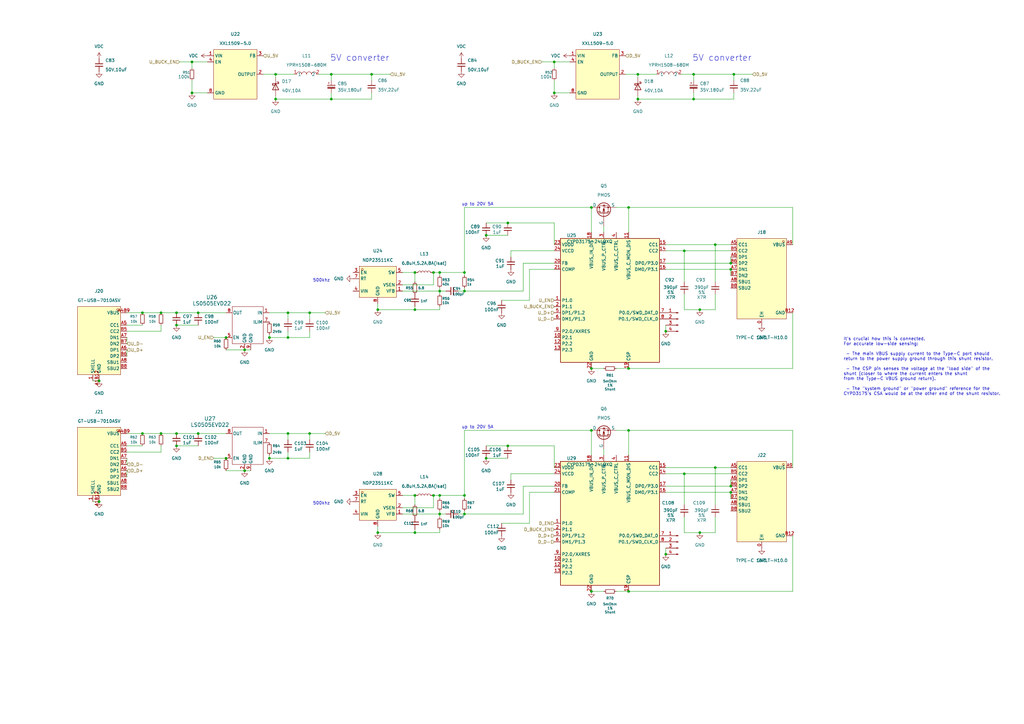
<source format=kicad_sch>
(kicad_sch (version 20250114) (generator "eeschema") (generator_version "9.0")
  (paper "A3")
  (text "up to 20V 5A" (at 202.438 175.26 0) (effects (font (size 1.27 1.27)) (justify right)))
  (text "5V converter" (at 296.164 23.876 0) (effects (font (size 2.54 2.54))))
  (text "up to 20V 5A" (at 202.438 83.82 0) (effects (font (size 1.27 1.27)) (justify right)))
  (text "500khz" (at 131.826 206.502 0) (effects (font (size 1.27 1.27))))
  (text "500khz" (at 131.826 115.062 0) (effects (font (size 1.27 1.27))))
  (text "5V converter" (at 147.574 23.876 0) (effects (font (size 2.54 2.54))))
  (text "It's crucial how this is connected.\nFor accurate low-side sensing:\n\n - The main VBUS supply current to the Type-C port should\nreturn to the power supply ground through this shunt resistor.\n\n - The CSP pin senses the voltage at the \"load side\" of the\nshunt (closer to where the current enters the shunt\nfrom the Type-C VBUS ground return).\n\n - The \"system ground\" or \"power ground\" reference for the\nCYPD3175's CSA would be at the other end of the shunt resistor." (at 345.948 150.368 0) (effects (font (size 1.27 1.27)) (justify left)))
  (junction (at 284.48 40.64))
  (junction (at 299.72 110.49))
  (junction (at 190.5 119.38))
  (junction (at 180.34 203.2))
  (junction (at 110.49 187.96))
  (junction (at 287.02 127))
  (junction (at 58.42 177.8))
  (junction (at 257.81 242.57))
  (junction (at 100.33 143.51))
  (junction (at 92.71 138.43))
  (junction (at 261.62 40.64))
  (junction (at 199.39 187.96))
  (junction (at 154.94 127))
  (junction (at 72.39 177.8))
  (junction (at 257.81 176.53))
  (junction (at 257.81 151.13))
  (junction (at 287.02 218.44))
  (junction (at 280.67 194.31))
  (junction (at 127 177.8))
  (junction (at 190.5 203.2))
  (junction (at 177.8 203.2))
  (junction (at 242.57 85.09))
  (junction (at 293.37 191.77))
  (junction (at 180.34 119.38))
  (junction (at 135.89 30.48))
  (junction (at 154.94 218.44))
  (junction (at 66.04 177.8))
  (junction (at 170.18 218.44))
  (junction (at 208.28 91.44))
  (junction (at 72.39 182.88))
  (junction (at 293.37 100.33))
  (junction (at 113.03 40.64))
  (junction (at 81.28 128.27))
  (junction (at 242.57 242.57))
  (junction (at 242.57 176.53))
  (junction (at 180.34 111.76))
  (junction (at 190.5 111.76))
  (junction (at 135.89 40.64))
  (junction (at 152.4 30.48))
  (junction (at 299.72 201.93))
  (junction (at 170.18 111.76))
  (junction (at 273.05 227.33))
  (junction (at 118.11 187.96))
  (junction (at 257.81 85.09))
  (junction (at 72.39 128.27))
  (junction (at 199.39 96.52))
  (junction (at 280.67 102.87))
  (junction (at 208.28 182.88))
  (junction (at 227.33 25.4))
  (junction (at 170.18 203.2))
  (junction (at 40.64 156.21))
  (junction (at 242.57 151.13))
  (junction (at 299.72 199.39))
  (junction (at 78.74 38.1))
  (junction (at 177.8 111.76))
  (junction (at 118.11 177.8))
  (junction (at 40.64 205.74))
  (junction (at 100.33 193.04))
  (junction (at 273.05 135.89))
  (junction (at 118.11 128.27))
  (junction (at 78.74 25.4))
  (junction (at 66.04 128.27))
  (junction (at 110.49 138.43))
  (junction (at 300.99 30.48))
  (junction (at 190.5 210.82))
  (junction (at 72.39 133.35))
  (junction (at 299.72 107.95))
  (junction (at 118.11 138.43))
  (junction (at 261.62 30.48))
  (junction (at 227.33 38.1))
  (junction (at 92.71 187.96))
  (junction (at 113.03 30.48))
  (junction (at 81.28 177.8))
  (junction (at 284.48 30.48))
  (junction (at 180.34 210.82))
  (junction (at 127 128.27))
  (junction (at 58.42 128.27))
  (junction (at 170.18 127))
  (wire (pts (xy 38.1 205.74) (xy 40.64 205.74)))
  (wire (pts (xy 170.18 127) (xy 180.34 127)))
  (wire (pts (xy 273.05 110.49) (xy 299.72 110.49)))
  (wire (pts (xy 66.04 128.27) (xy 72.39 128.27)))
  (wire (pts (xy 261.62 40.64) (xy 284.48 40.64)))
  (wire (pts (xy 227.33 25.4) (xy 227.33 27.94)))
  (wire (pts (xy 135.89 40.64) (xy 135.89 38.1)))
  (wire (pts (xy 300.99 30.48) (xy 308.61 30.48)))
  (wire (pts (xy 170.18 203.2) (xy 170.18 207.01)))
  (wire (pts (xy 242.57 176.53) (xy 242.57 186.69)))
  (wire (pts (xy 325.12 151.13) (xy 325.12 128.27)))
  (wire (pts (xy 284.48 40.64) (xy 284.48 38.1)))
  (wire (pts (xy 177.8 116.84) (xy 177.8 111.76)))
  (wire (pts (xy 252.73 176.53) (xy 257.81 176.53)))
  (wire (pts (xy 242.57 151.13) (xy 247.65 151.13)))
  (wire (pts (xy 261.62 30.48) (xy 269.24 30.48)))
  (wire (pts (xy 133.35 128.27) (xy 127 128.27)))
  (wire (pts (xy 100.33 143.51) (xy 102.87 143.51)))
  (wire (pts (xy 177.8 208.28) (xy 177.8 203.2)))
  (wire (pts (xy 66.04 177.8) (xy 72.39 177.8)))
  (wire (pts (xy 257.81 176.53) (xy 325.12 176.53)))
  (wire (pts (xy 190.5 119.38) (xy 187.96 119.38)))
  (wire (pts (xy 217.17 110.49) (xy 217.17 123.19)))
  (wire (pts (xy 227.33 38.1) (xy 227.33 33.02)))
  (wire (pts (xy 325.12 85.09) (xy 325.12 100.33)))
  (wire (pts (xy 299.72 201.93) (xy 299.72 204.47)))
  (wire (pts (xy 217.17 123.19) (xy 205.74 123.19)))
  (wire (pts (xy 87.63 138.43) (xy 92.71 138.43)))
  (wire (pts (xy 300.99 30.48) (xy 300.99 33.02)))
  (wire (pts (xy 52.07 193.04) (xy 52.07 195.58)))
  (wire (pts (xy 133.35 177.8) (xy 127 177.8)))
  (wire (pts (xy 299.72 110.49) (xy 299.72 113.03)))
  (wire (pts (xy 273.05 107.95) (xy 299.72 107.95)))
  (wire (pts (xy 217.17 214.63) (xy 205.74 214.63)))
  (wire (pts (xy 154.94 124.46) (xy 154.94 127)))
  (wire (pts (xy 299.72 199.39) (xy 299.72 196.85)))
  (wire (pts (xy 190.5 119.38) (xy 214.63 119.38)))
  (wire (pts (xy 118.11 138.43) (xy 127 138.43)))
  (wire (pts (xy 300.99 40.64) (xy 300.99 38.1)))
  (wire (pts (xy 284.48 40.64) (xy 300.99 40.64)))
  (wire (pts (xy 152.4 30.48) (xy 152.4 33.02)))
  (wire (pts (xy 154.94 215.9) (xy 154.94 218.44)))
  (wire (pts (xy 78.74 38.1) (xy 85.09 38.1)))
  (wire (pts (xy 257.81 151.13) (xy 325.12 151.13)))
  (wire (pts (xy 127 135.89) (xy 127 138.43)))
  (wire (pts (xy 154.94 218.44) (xy 170.18 218.44)))
  (wire (pts (xy 227.33 91.44) (xy 227.33 100.33)))
  (wire (pts (xy 208.28 91.44) (xy 227.33 91.44)))
  (wire (pts (xy 199.39 96.52) (xy 208.28 96.52)))
  (wire (pts (xy 293.37 212.09) (xy 293.37 218.44)))
  (wire (pts (xy 52.07 185.42) (xy 66.04 185.42)))
  (wire (pts (xy 130.81 30.48) (xy 135.89 30.48)))
  (wire (pts (xy 118.11 128.27) (xy 110.49 128.27)))
  (wire (pts (xy 52.07 187.96) (xy 52.07 190.5)))
  (wire (pts (xy 190.5 209.55) (xy 190.5 210.82)))
  (wire (pts (xy 180.34 111.76) (xy 190.5 111.76)))
  (wire (pts (xy 113.03 30.48) (xy 120.65 30.48)))
  (wire (pts (xy 110.49 138.43) (xy 118.11 138.43)))
  (wire (pts (xy 190.5 113.03) (xy 190.5 111.76)))
  (wire (pts (xy 154.94 127) (xy 170.18 127)))
  (wire (pts (xy 208.28 182.88) (xy 227.33 182.88)))
  (wire (pts (xy 118.11 185.42) (xy 118.11 187.96)))
  (wire (pts (xy 280.67 194.31) (xy 280.67 207.01)))
  (wire (pts (xy 66.04 185.42) (xy 66.04 182.88)))
  (wire (pts (xy 72.39 177.8) (xy 81.28 177.8)))
  (wire (pts (xy 325.12 242.57) (xy 325.12 219.71)))
  (wire (pts (xy 52.07 143.51) (xy 52.07 146.05)))
  (wire (pts (xy 222.25 25.4) (xy 227.33 25.4)))
  (wire (pts (xy 110.49 138.43) (xy 110.49 137.16)))
  (wire (pts (xy 190.5 85.09) (xy 242.57 85.09)))
  (wire (pts (xy 247.65 184.15) (xy 247.65 186.69)))
  (wire (pts (xy 190.5 118.11) (xy 190.5 119.38)))
  (wire (pts (xy 280.67 102.87) (xy 299.72 102.87)))
  (wire (pts (xy 100.33 193.04) (xy 102.87 193.04)))
  (wire (pts (xy 81.28 177.8) (xy 92.71 177.8)))
  (wire (pts (xy 180.34 127) (xy 180.34 125.73)))
  (wire (pts (xy 190.5 176.53) (xy 242.57 176.53)))
  (wire (pts (xy 135.89 30.48) (xy 152.4 30.48)))
  (wire (pts (xy 257.81 176.53) (xy 257.81 186.69)))
  (wire (pts (xy 252.73 242.57) (xy 257.81 242.57)))
  (wire (pts (xy 256.54 30.48) (xy 261.62 30.48)))
  (wire (pts (xy 87.63 187.96) (xy 92.71 187.96)))
  (wire (pts (xy 72.39 133.35) (xy 81.28 133.35)))
  (wire (pts (xy 209.55 102.87) (xy 209.55 105.41)))
  (wire (pts (xy 52.07 138.43) (xy 52.07 140.97)))
  (wire (pts (xy 261.62 40.64) (xy 261.62 39.37)))
  (wire (pts (xy 190.5 210.82) (xy 214.63 210.82)))
  (wire (pts (xy 58.42 128.27) (xy 66.04 128.27)))
  (wire (pts (xy 127 130.81) (xy 127 128.27)))
  (wire (pts (xy 180.34 210.82) (xy 182.88 210.82)))
  (wire (pts (xy 273.05 194.31) (xy 280.67 194.31)))
  (wire (pts (xy 180.34 203.2) (xy 190.5 203.2)))
  (wire (pts (xy 214.63 210.82) (xy 214.63 199.39)))
  (wire (pts (xy 293.37 120.65) (xy 293.37 127)))
  (wire (pts (xy 279.4 30.48) (xy 284.48 30.48)))
  (wire (pts (xy 252.73 151.13) (xy 257.81 151.13)))
  (wire (pts (xy 180.34 119.38) (xy 180.34 120.65)))
  (wire (pts (xy 227.33 182.88) (xy 227.33 191.77)))
  (wire (pts (xy 257.81 85.09) (xy 257.81 95.25)))
  (wire (pts (xy 280.67 212.09) (xy 280.67 218.44)))
  (wire (pts (xy 209.55 194.31) (xy 209.55 196.85)))
  (wire (pts (xy 52.07 133.35) (xy 58.42 133.35)))
  (wire (pts (xy 273.05 199.39) (xy 299.72 199.39)))
  (wire (pts (xy 127 128.27) (xy 118.11 128.27)))
  (wire (pts (xy 170.18 218.44) (xy 170.18 217.17)))
  (wire (pts (xy 199.39 182.88) (xy 208.28 182.88)))
  (wire (pts (xy 38.1 156.21) (xy 40.64 156.21)))
  (wire (pts (xy 293.37 100.33) (xy 293.37 115.57)))
  (wire (pts (xy 52.07 128.27) (xy 58.42 128.27)))
  (wire (pts (xy 325.12 176.53) (xy 325.12 191.77)))
  (wire (pts (xy 118.11 187.96) (xy 127 187.96)))
  (wire (pts (xy 127 177.8) (xy 118.11 177.8)))
  (wire (pts (xy 293.37 191.77) (xy 299.72 191.77)))
  (wire (pts (xy 170.18 111.76) (xy 170.18 115.57)))
  (wire (pts (xy 227.33 38.1) (xy 233.68 38.1)))
  (wire (pts (xy 180.34 111.76) (xy 180.34 113.03)))
  (wire (pts (xy 273.05 102.87) (xy 280.67 102.87)))
  (wire (pts (xy 118.11 180.34) (xy 118.11 177.8)))
  (wire (pts (xy 209.55 102.87) (xy 227.33 102.87)))
  (wire (pts (xy 214.63 119.38) (xy 214.63 107.95)))
  (wire (pts (xy 110.49 187.96) (xy 110.49 186.69)))
  (wire (pts (xy 190.5 203.2) (xy 190.5 176.53)))
  (wire (pts (xy 152.4 30.48) (xy 160.02 30.48)))
  (wire (pts (xy 127 180.34) (xy 127 177.8)))
  (wire (pts (xy 284.48 30.48) (xy 300.99 30.48)))
  (wire (pts (xy 293.37 218.44) (xy 287.02 218.44)))
  (wire (pts (xy 180.34 118.11) (xy 180.34 119.38)))
  (wire (pts (xy 52.07 135.89) (xy 66.04 135.89)))
  (wire (pts (xy 127 185.42) (xy 127 187.96)))
  (wire (pts (xy 180.34 218.44) (xy 180.34 217.17)))
  (wire (pts (xy 78.74 25.4) (xy 78.74 27.94)))
  (wire (pts (xy 273.05 201.93) (xy 299.72 201.93)))
  (wire (pts (xy 280.67 120.65) (xy 280.67 127)))
  (wire (pts (xy 170.18 127) (xy 170.18 125.73)))
  (wire (pts (xy 299.72 107.95) (xy 299.72 105.41)))
  (wire (pts (xy 165.1 210.82) (xy 180.34 210.82)))
  (wire (pts (xy 247.65 92.71) (xy 247.65 95.25)))
  (wire (pts (xy 113.03 31.75) (xy 113.03 30.48)))
  (wire (pts (xy 214.63 199.39) (xy 227.33 199.39)))
  (wire (pts (xy 252.73 85.09) (xy 257.81 85.09)))
  (wire (pts (xy 293.37 191.77) (xy 293.37 207.01)))
  (wire (pts (xy 190.5 111.76) (xy 190.5 85.09)))
  (wire (pts (xy 58.42 177.8) (xy 66.04 177.8)))
  (wire (pts (xy 78.74 38.1) (xy 78.74 33.02)))
  (wire (pts (xy 92.71 143.51) (xy 100.33 143.51)))
  (wire (pts (xy 273.05 224.79) (xy 273.05 227.33)))
  (wire (pts (xy 190.5 204.47) (xy 190.5 203.2)))
  (wire (pts (xy 261.62 31.75) (xy 261.62 30.48)))
  (wire (pts (xy 92.71 193.04) (xy 100.33 193.04)))
  (wire (pts (xy 280.67 218.44) (xy 287.02 218.44)))
  (wire (pts (xy 177.8 203.2) (xy 180.34 203.2)))
  (wire (pts (xy 227.33 25.4) (xy 233.68 25.4)))
  (wire (pts (xy 280.67 102.87) (xy 280.67 115.57)))
  (wire (pts (xy 110.49 187.96) (xy 118.11 187.96)))
  (wire (pts (xy 118.11 135.89) (xy 118.11 138.43)))
  (wire (pts (xy 190.5 210.82) (xy 187.96 210.82)))
  (wire (pts (xy 217.17 201.93) (xy 217.17 214.63)))
  (wire (pts (xy 118.11 130.81) (xy 118.11 128.27)))
  (wire (pts (xy 152.4 40.64) (xy 152.4 38.1)))
  (wire (pts (xy 113.03 40.64) (xy 135.89 40.64)))
  (wire (pts (xy 217.17 201.93) (xy 227.33 201.93)))
  (wire (pts (xy 280.67 127) (xy 287.02 127)))
  (wire (pts (xy 214.63 107.95) (xy 227.33 107.95)))
  (wire (pts (xy 165.1 116.84) (xy 177.8 116.84)))
  (wire (pts (xy 180.34 119.38) (xy 182.88 119.38)))
  (wire (pts (xy 78.74 25.4) (xy 85.09 25.4)))
  (wire (pts (xy 81.28 128.27) (xy 92.71 128.27)))
  (wire (pts (xy 284.48 33.02) (xy 284.48 30.48)))
  (wire (pts (xy 209.55 194.31) (xy 227.33 194.31)))
  (wire (pts (xy 165.1 111.76) (xy 170.18 111.76)))
  (wire (pts (xy 180.34 203.2) (xy 180.34 204.47)))
  (wire (pts (xy 113.03 40.64) (xy 113.03 39.37)))
  (wire (pts (xy 180.34 209.55) (xy 180.34 210.82)))
  (wire (pts (xy 107.95 30.48) (xy 113.03 30.48)))
  (wire (pts (xy 273.05 133.35) (xy 273.05 135.89)))
  (wire (pts (xy 273.05 191.77) (xy 293.37 191.77)))
  (wire (pts (xy 170.18 218.44) (xy 180.34 218.44)))
  (wire (pts (xy 293.37 127) (xy 287.02 127)))
  (wire (pts (xy 165.1 208.28) (xy 177.8 208.28)))
  (wire (pts (xy 242.57 242.57) (xy 247.65 242.57)))
  (wire (pts (xy 242.57 85.09) (xy 242.57 95.25)))
  (wire (pts (xy 217.17 110.49) (xy 227.33 110.49)))
  (wire (pts (xy 257.81 242.57) (xy 325.12 242.57)))
  (wire (pts (xy 52.07 182.88) (xy 58.42 182.88)))
  (wire (pts (xy 180.34 210.82) (xy 180.34 212.09)))
  (wire (pts (xy 280.67 194.31) (xy 299.72 194.31)))
  (wire (pts (xy 135.89 40.64) (xy 152.4 40.64)))
  (wire (pts (xy 72.39 128.27) (xy 81.28 128.27)))
  (wire (pts (xy 118.11 177.8) (xy 110.49 177.8)))
  (wire (pts (xy 273.05 100.33) (xy 293.37 100.33)))
  (wire (pts (xy 135.89 33.02) (xy 135.89 30.48)))
  (wire (pts (xy 293.37 100.33) (xy 299.72 100.33)))
  (wire (pts (xy 73.66 25.4) (xy 78.74 25.4)))
  (wire (pts (xy 257.81 85.09) (xy 325.12 85.09)))
  (wire (pts (xy 72.39 182.88) (xy 81.28 182.88)))
  (wire (pts (xy 165.1 203.2) (xy 170.18 203.2)))
  (wire (pts (xy 199.39 187.96) (xy 208.28 187.96)))
  (wire (pts (xy 165.1 119.38) (xy 180.34 119.38)))
  (wire (pts (xy 177.8 111.76) (xy 180.34 111.76)))
  (wire (pts (xy 66.04 135.89) (xy 66.04 133.35)))
  (wire (pts (xy 52.07 177.8) (xy 58.42 177.8)))
  (wire (pts (xy 199.39 91.44) (xy 208.28 91.44)))
  (hierarchical_label "D_BUCK_EN" (shape input) (at 222.25 25.4 180))
  (hierarchical_label "U_5V" (shape input) (at 160.02 30.48 0))
  (hierarchical_label "D_D+" (shape input) (at 227.33 219.71 180))
  (hierarchical_label "D_5V" (shape input) (at 256.54 22.86 0))
  (hierarchical_label "U_D+" (shape input) (at 227.33 128.27 180))
  (hierarchical_label "U_D+" (shape input) (at 52.07 143.51 0))
  (hierarchical_label "U_5V" (shape input) (at 133.35 128.27 0))
  (hierarchical_label "D_EN" (shape input) (at 227.33 214.63 180))
  (hierarchical_label "U_BUCK_EN" (shape input) (at 227.33 125.73 180))
  (hierarchical_label "U_D-" (shape input) (at 227.33 130.81 180))
  (hierarchical_label "U_EN" (shape input) (at 87.63 138.43 180))
  (hierarchical_label "D_BUCK_EN" (shape input) (at 227.33 217.17 180))
  (hierarchical_label "D_5V" (shape input) (at 308.61 30.48 0))
  (hierarchical_label "D_D+" (shape input) (at 52.07 193.04 0))
  (hierarchical_label "U_D-" (shape input) (at 52.07 140.97 0))
  (hierarchical_label "U_5V" (shape input) (at 107.95 22.86 0))
  (hierarchical_label "D_D-" (shape input) (at 227.33 222.25 180))
  (hierarchical_label "D_D-" (shape input) (at 52.07 190.5 0))
  (hierarchical_label "U_EN" (shape input) (at 227.33 123.19 180))
  (hierarchical_label "D_5V" (shape input) (at 133.35 177.8 0))
  (hierarchical_label "U_BUCK_EN" (shape input) (at 73.66 25.4 180))
  (hierarchical_label "D_EN" (shape input) (at 87.63 187.96 180))
  (symbol (lib_id "Device:C_Small") (at 152.4 35.56 0) (unit 1)
    (property "Reference" "C86" (at 154.94 33.02 0) (effects (justify left)))
    (property "Value" "35V,22uF" (at 154.94 36.83 0) (effects (justify left)))
    (property "Footprint" "Capacitor_SMD:C_0805_2012Metric_Pad1.18x1.45mm_HandSolder" (effects (hide yes)))
    (property "Description" "Unpolarized capacitor, small symbol" (effects (hide yes)))
  )
  (symbol (lib_id "Device:C_Small") (at 205.74 217.17 0) (mirror y) (unit 1)
    (property "Reference" "C112" (at 199.644 215.9 0) (effects (justify right)))
    (property "Value" "100nF" (at 198.628 218.44 0) (effects (justify right)))
    (property "Footprint" "Capacitor_SMD:C_0201_0603Metric_Pad0.64x0.40mm_HandSolder" (effects (hide yes)))
    (property "Description" "Unpolarized capacitor, small symbol" (effects (hide yes)))
  )
  (symbol (lib_id "Device:L") (at 173.99 203.2 90) (unit 1)
    (property "Reference" "L14" (at 173.99 195.58 90))
    (property "Value" "6.8uH,5.2A,8A(Isat)" (at 173.99 199.39 90))
    (property "Footprint" "easyeda2kicad:IND-SMD_L8.0-W8.0-1" (effects (hide yes)))
    (property "Description" "Inductor" (effects (hide yes)))
  )
  (symbol (lib_id "power:GND") (at 110.49 187.96 0) (mirror y) (unit 1)
    (property "Reference" "#PWR0151" (effects (hide yes)))
    (property "Value" "GND" (at 110.49 193.04 0))
    (property "Description" "Power symbol creates a global label with name \"GND\" , ground" (effects (hide yes)))
  )
  (symbol (lib_id "Device:C_Small") (at 40.64 26.67 0) (unit 1)
    (property "Reference" "C83" (at 43.18 24.7712 0) (effects (justify left)))
    (property "Value" "50V,10uF" (at 43.18 28.5812 0) (effects (justify left)))
    (property "Footprint" "Capacitor_SMD:C_1206_3216Metric_Pad1.33x1.80mm_HandSolder" (effects (hide yes)))
    (property "Description" "Unpolarized capacitor, small symbol" (effects (hide yes)))
  )
  (symbol (lib_id "power:VDC") (at 40.64 24.13 0) (unit 1)
    (property "Reference" "#PWR0129" (effects (hide yes)))
    (property "Value" "VDC" (at 40.64 19.05 0))
    (property "Description" "Power symbol creates a global label with name \"VDC\"" (effects (hide yes)))
  )
  (symbol (lib_id "power:GND") (at 100.33 143.51 0) (mirror y) (unit 1)
    (property "Reference" "#PWR0147" (effects (hide yes)))
    (property "Value" "GND" (at 100.33 148.59 0))
    (property "Description" "Power symbol creates a global label with name \"GND\" , ground" (effects (hide yes)))
  )
  (symbol (lib_id "Device:R_Small") (at 58.42 130.81 0) (mirror y) (unit 1)
    (property "Reference" "R57" (at 56.388 129.7941 0) (effects (font (size 1.016 1.016)) (justify left)))
    (property "Value" "10k" (at 56.388 131.826 0) (effects (font (size 1.016 1.016)) (justify left)))
    (property "Footprint" "Resistor_SMD:R_0402_1005Metric_Pad0.72x0.64mm_HandSolder" (effects (hide yes)))
    (property "Description" "Resistor, small symbol" (effects (hide yes)))
  )
  (symbol (lib_id "power:GND") (at 227.33 38.1 0) (mirror y) (unit 1)
    (property "Reference" "#PWR0134" (effects (hide yes)))
    (property "Value" "GND" (at 227.33 43.18 0))
    (property "Description" "Power symbol creates a global label with name \"GND\" , ground" (effects (hide yes)))
  )
  (symbol (lib_id "power:GND") (at 72.39 182.88 0) (unit 1)
    (property "Reference" "#PWR0150" (effects (hide yes)))
    (property "Value" "GND" (at 72.39 187.96 0))
    (property "Description" "Power symbol creates a global label with name \"GND\" , ground" (effects (hide yes)))
  )
  (symbol (lib_id "Device:C_Small") (at 199.39 93.98 0) (mirror x) (unit 1)
    (property "Reference" "C89" (at 196.85 92.964 0) (effects (justify right)))
    (property "Value" "100nF" (at 196.85 95.25 0) (effects (justify right)))
    (property "Footprint" "Capacitor_SMD:C_0201_0603Metric_Pad0.64x0.40mm_HandSolder" (effects (hide yes)))
    (property "Description" "Unpolarized capacitor, small symbol" (effects (hide yes)))
  )
  (symbol (lib_id "easyeda2kicad:NDP23511KC") (at 154.94 115.57 0) (unit 1)
    (property "Reference" "U24" (at 154.94 102.87 0))
    (property "Value" "NDP23511KC" (at 154.94 106.68 0))
    (property "Footprint" "easyeda2kicad:SOP-8_L4.9-W3.9-P1.27-LS6.0-BL" (effects (hide yes)))
    (property "LCSC Part" "C17702285" (effects (hide yes)))
  )
  (symbol (lib_id "Device:R_Small") (at 66.04 130.81 0) (mirror y) (unit 1)
    (property "Reference" "R58" (at 64.008 129.7941 0) (effects (font (size 1.016 1.016)) (justify left)))
    (property "Value" "10k" (at 64.008 131.826 0) (effects (font (size 1.016 1.016)) (justify left)))
    (property "Footprint" "Resistor_SMD:R_0402_1005Metric_Pad0.72x0.64mm_HandSolder" (effects (hide yes)))
    (property "Description" "Resistor, small symbol" (effects (hide yes)))
  )
  (symbol (lib_id "easyeda2kicad:GT-USB-7010ASV") (at 39.37 143.51 0) (mirror y) (unit 1)
    (property "Reference" "J20" (at 40.64 119.38 0))
    (property "Value" "GT-USB-7010ASV" (at 40.64 123.19 0))
    (property "Footprint" "easyeda2kicad:USB-C-SMD_G-SWITCH_GT-USB-7010ASV" (effects (hide yes)))
    (property "LCSC Part" "C2988369" (effects (hide yes)))
    (instances (project "" (path "" (reference "J20") (unit 1)) (path "" (reference "J35") (unit 1))))
  )
  (symbol (lib_id "Device:C_Small") (at 199.39 185.42 0) (mirror x) (unit 1)
    (property "Reference" "C105" (at 196.85 184.404 0) (effects (justify right)))
    (property "Value" "100nF" (at 196.85 186.69 0) (effects (justify right)))
    (property "Footprint" "Capacitor_SMD:C_0201_0603Metric_Pad0.64x0.40mm_HandSolder" (effects (hide yes)))
    (property "Description" "Unpolarized capacitor, small symbol" (effects (hide yes)))
  )
  (symbol (lib_id "Device:C_Small") (at 300.99 35.56 0) (unit 1)
    (property "Reference" "C88" (at 303.53 33.02 0) (effects (justify left)))
    (property "Value" "35V,22uF" (at 303.53 36.83 0) (effects (justify left)))
    (property "Footprint" "Capacitor_SMD:C_0805_2012Metric_Pad1.18x1.45mm_HandSolder" (effects (hide yes)))
    (property "Description" "Unpolarized capacitor, small symbol" (effects (hide yes)))
  )
  (symbol (lib_id "power:GND") (at 78.74 38.1 0) (mirror y) (unit 1)
    (property "Reference" "#PWR0133" (effects (hide yes)))
    (property "Value" "GND" (at 78.74 43.18 0))
    (property "Description" "Power symbol creates a global label with name \"GND\" , ground" (effects (hide yes)))
  )
  (symbol (lib_id "Simulation_SPICE:PMOS") (at 247.65 179.07 90) (unit 1)
    (property "Reference" "Q6" (at 247.65 167.64 90))
    (property "Value" "PMOS" (at 247.65 171.45 90))
    (property "Footprint" "easyeda2kicad:PDFN-8_L5.2-W5.9-P1.27-LS6.2-BL" (effects (hide yes)))
    (property "Datasheet" "https://ngspice.sourceforge.io/docs/ngspice-html-manual/manual.xhtml#cha_MOSFETs" (effects (hide yes)))
    (property "Description" "P-MOSFET transistor, drain/source/gate" (effects (hide yes)))
    (property "Sim.Device" "PMOS" (effects (hide yes)))
    (property "Sim.Type" "VDMOS" (effects (hide yes)))
    (property "Sim.Pins" "1=D 2=G 3=S" (effects (hide yes)))
  )
  (symbol (lib_id "power:GND") (at 199.39 187.96 0) (unit 1)
    (property "Reference" "#PWR0152" (effects (hide yes)))
    (property "Value" "GND" (at 199.39 193.04 0))
    (property "Description" "Power symbol creates a global label with name \"GND\" , ground" (effects (hide yes)))
  )
  (symbol (lib_id "power:VDC") (at 189.23 24.13 0) (unit 1)
    (property "Reference" "#PWR0130" (effects (hide yes)))
    (property "Value" "VDC" (at 189.23 19.05 0))
    (property "Description" "Power symbol creates a global label with name \"VDC\"" (effects (hide yes)))
  )
  (symbol (lib_id "power:GND") (at 144.78 114.3 270) (unit 1)
    (property "Reference" "#PWR0139" (effects (hide yes)))
    (property "Value" "GND" (at 140.97 114.2999 90) (effects (justify right)))
    (property "Description" "Power symbol creates a global label with name \"GND\" , ground" (effects (hide yes)))
  )
  (symbol (lib_id "power:GND") (at 242.57 151.13 0) (unit 1)
    (property "Reference" "#PWR0148" (effects (hide yes)))
    (property "Value" "GND" (at 242.57 156.21 0))
    (property "Description" "Power symbol creates a global label with name \"GND\" , ground" (effects (hide yes)))
  )
  (symbol (lib_id "Device:C_Small") (at 170.18 123.19 0) (unit 1)
    (property "Reference" "C95" (at 165.608 123.19 0) (effects (font (size 1.016 1.016)) (justify left)))
    (property "Value" "1nF" (at 172.466 123.444 0) (effects (font (size 1.016 1.016)) (justify left)))
    (property "Footprint" "Capacitor_SMD:C_0201_0603Metric_Pad0.64x0.40mm_HandSolder" (effects (hide yes)))
    (property "Description" "Unpolarized capacitor, small symbol" (effects (hide yes)))
  )
  (symbol (lib_id "Device:R_Small") (at 92.71 140.97 0) (mirror y) (unit 1)
    (property "Reference" "R60" (at 90.678 139.9541 0) (effects (font (size 1.016 1.016)) (justify left)))
    (property "Value" "10k" (at 90.678 141.986 0) (effects (font (size 1.016 1.016)) (justify left)))
    (property "Footprint" "Resistor_SMD:R_0402_1005Metric_Pad0.72x0.64mm_HandSolder" (effects (hide yes)))
    (property "Description" "Resistor, small symbol" (effects (hide yes)))
  )
  (symbol (lib_id "Device:C_Small") (at 72.39 130.81 180) (unit 1)
    (property "Reference" "C97" (at 74.93 129.794 0) (effects (justify right)))
    (property "Value" "1uF" (at 74.93 132.08 0) (effects (justify right)))
    (property "Footprint" "Capacitor_SMD:C_0402_1005Metric_Pad0.74x0.62mm_HandSolder" (effects (hide yes)))
    (property "Description" "Unpolarized capacitor, small symbol" (effects (hide yes)))
  )
  (symbol (lib_id "Device:C_Small") (at 208.28 93.98 0) (mirror x) (unit 1)
    (property "Reference" "C90" (at 205.74 92.964 0) (effects (justify right)))
    (property "Value" "1uF" (at 205.74 95.25 0) (effects (justify right)))
    (property "Footprint" "Capacitor_SMD:C_0402_1005Metric_Pad0.74x0.62mm_HandSolder" (effects (hide yes)))
    (property "Description" "Unpolarized capacitor, small symbol" (effects (hide yes)))
  )
  (symbol (lib_id "power:GND") (at 205.74 128.27 0) (unit 1)
    (property "Reference" "#PWR0142" (effects (hide yes)))
    (property "Value" "GND" (at 205.74 133.35 0))
    (property "Description" "Power symbol creates a global label with name \"GND\" , ground" (effects (hide yes)))
  )
  (symbol (lib_id "Device:C_Small") (at 189.23 26.67 0) (unit 1)
    (property "Reference" "C84" (at 191.77 24.7712 0) (effects (justify left)))
    (property "Value" "50V,10uF" (at 191.77 28.5812 0) (effects (justify left)))
    (property "Footprint" "Capacitor_SMD:C_1206_3216Metric_Pad1.33x1.80mm_HandSolder" (effects (hide yes)))
    (property "Description" "Unpolarized capacitor, small symbol" (effects (hide yes)))
  )
  (symbol (lib_id "Device:L") (at 173.99 111.76 90) (unit 1)
    (property "Reference" "L13" (at 173.99 104.14 90))
    (property "Value" "6.8uH,5.2A,8A(Isat)" (at 173.99 107.95 90))
    (property "Footprint" "easyeda2kicad:IND-SMD_L8.0-W8.0-1" (effects (hide yes)))
    (property "Description" "Inductor" (effects (hide yes)))
  )
  (symbol (lib_id "Device:R_Small") (at 78.74 30.48 180) (unit 1)
    (property "Reference" "R51" (at 76.454 29.718 0) (effects (font (size 1.016 1.016))))
    (property "Value" "100k" (at 75.438 31.496 0))
    (property "Footprint" "Resistor_SMD:R_0402_1005Metric_Pad0.72x0.64mm_HandSolder" (effects (hide yes)))
    (property "Description" "Resistor, small symbol" (effects (hide yes)))
  )
  (symbol (lib_id "power:GND") (at 40.64 156.21 0) (mirror y) (unit 1)
    (property "Reference" "#PWR0149" (effects (hide yes)))
    (property "Value" "GND" (at 40.64 161.29 0))
    (property "Description" "Power symbol creates a global label with name \"GND\" , ground" (effects (hide yes)))
  )
  (symbol (lib_id "power:GND") (at 144.78 205.74 270) (unit 1)
    (property "Reference" "#PWR0156" (effects (hide yes)))
    (property "Value" "GND" (at 140.97 205.7399 90) (effects (justify right)))
    (property "Description" "Power symbol creates a global label with name \"GND\" , ground" (effects (hide yes)))
  )
  (symbol (lib_id "Device:R_Small") (at 180.34 207.01 0) (unit 1)
    (property "Reference" "R66" (at 181.356 206.248 0) (effects (font (size 1.016 1.016)) (justify left)))
    (property "Value" "40k" (at 181.356 208.026 0) (effects (font (size 1.016 1.016)) (justify left)))
    (property "Footprint" "Resistor_SMD:R_0603_1608Metric_Pad0.98x0.95mm_HandSolder" (effects (hide yes)))
    (property "Description" "Resistor, small symbol" (effects (hide yes)))
  )
  (symbol (lib_id "Device:C_Small") (at 127 182.88 180) (unit 1)
    (property "Reference" "C104" (at 129.54 181.864 0) (effects (justify right)))
    (property "Value" "100nF" (at 129.54 184.15 0) (effects (justify right)))
    (property "Footprint" "Capacitor_SMD:C_0201_0603Metric_Pad0.64x0.40mm_HandSolder" (effects (hide yes)))
    (property "Description" "Unpolarized capacitor, small symbol" (effects (hide yes)))
  )
  (symbol (lib_id "Device:C_Small") (at 280.67 209.55 0) (mirror y) (unit 1)
    (property "Reference" "C108" (at 276.606 206.248 0) (effects (justify left)))
    (property "Value" "390pF\n5%\nX7R" (at 278.13 211.328 0) (effects (justify left)))
    (property "Footprint" "Capacitor_SMD:C_0603_1608Metric_Pad1.08x0.95mm_HandSolder" (effects (hide yes)))
    (property "Description" "Unpolarized capacitor, small symbol" (effects (hide yes)))
  )
  (symbol (lib_id "Device:C_Small") (at 209.55 199.39 0) (mirror x) (unit 1)
    (property "Reference" "C107" (at 207.01 198.374 0) (effects (justify right)))
    (property "Value" "1uF" (at 207.01 200.66 0) (effects (justify right)))
    (property "Footprint" "Capacitor_SMD:C_0402_1005Metric_Pad0.74x0.62mm_HandSolder" (effects (hide yes)))
    (property "Description" "Unpolarized capacitor, small symbol" (effects (hide yes)))
  )
  (symbol (lib_id "Device:C_Polarized_Small") (at 284.48 35.56 0) (unit 1)
    (property "Reference" "C87" (at 287.02 34.29 0) (effects (justify left)))
    (property "Value" "35V,180uF" (at 287.02 36.9188 0) (effects (justify left)))
    (property "Footprint" "Capacitor_THT:CP_Radial_D8.0mm_P5.00mm" (effects (hide yes)))
    (property "Description" "Polarized capacitor, small symbol" (effects (hide yes)))
  )
  (symbol (lib_id "Device:C_Small") (at 205.74 125.73 0) (mirror y) (unit 1)
    (property "Reference" "C96" (at 199.644 124.46 0) (effects (justify right)))
    (property "Value" "100nF" (at 198.628 127 0) (effects (justify right)))
    (property "Footprint" "Capacitor_SMD:C_0201_0603Metric_Pad0.64x0.40mm_HandSolder" (effects (hide yes)))
    (property "Description" "Unpolarized capacitor, small symbol" (effects (hide yes)))
  )
  (symbol (lib_id "Device:R_Small") (at 190.5 207.01 0) (unit 1)
    (property "Reference" "R67" (at 191.516 206.248 0) (effects (font (size 1.016 1.016)) (justify left)))
    (property "Value" "1k" (at 191.516 208.026 0) (effects (font (size 1.016 1.016)) (justify left)))
    (property "Footprint" "Resistor_SMD:R_0402_1005Metric_Pad0.72x0.64mm_HandSolder" (effects (hide yes)))
    (property "Description" "Resistor, small symbol" (effects (hide yes)))
  )
  (symbol (lib_id "power:VDC") (at 233.68 22.86 90) (unit 1)
    (property "Reference" "#PWR0128" (effects (hide yes)))
    (property "Value" "VDC" (at 229.87 22.8599 90) (effects (justify left)))
    (property "Description" "Power symbol creates a global label with name \"VDC\"" (effects (hide yes)))
  )
  (symbol (lib_id "LS0505EVD22:LS0505EVD22") (at 115.57 177.8 0) (mirror y) (unit 1)
    (property "Reference" "U27" (at 86.106 171.704 0) (effects (font (size 1.524 1.524))))
    (property "Value" "LS0505EVD22" (at 86.106 174.244 0) (effects (font (size 1.524 1.524))))
    (property "Footprint" "LS0505EVD22:LS0505EVD22_LTF" (effects (hide yes)))
    (property "Datasheet" "LS0505EVD22" (effects (hide yes)))
  )
  (symbol (lib_id "Device:D_Schottky") (at 261.62 35.56 270) (unit 1)
    (property "Reference" "D18" (at 264.16 33.3374 90) (effects (justify left)))
    (property "Value" "40V,10A" (at 264.16 37.1474 90) (effects (justify left)))
    (property "Footprint" "Diode_SMD:D_SMB_Handsoldering" (effects (hide yes)))
    (property "Description" "Schottky diode" (effects (hide yes)))
  )
  (symbol (lib_id "Device:R_Small") (at 170.18 118.11 0) (unit 1)
    (property "Reference" "R55" (at 166.37 118.11 0) (effects (font (size 1.016 1.016)) (justify left)))
    (property "Value" "6.8" (at 171.45 118.11 0) (effects (font (size 1.016 1.016)) (justify left)))
    (property "Footprint" "Resistor_SMD:R_0402_1005Metric_Pad0.72x0.64mm_HandSolder" (effects (hide yes)))
    (property "Description" "Resistor, small symbol" (effects (hide yes)))
  )
  (symbol (lib_id "Device:R_Small") (at 110.49 184.15 0) (unit 1)
    (property "Reference" "R64" (at 111.76 182.88 0) (effects (font (size 1.016 1.016)) (justify left)))
    (property "Value" "249k" (at 111.76 185.547 0) (effects (font (size 1.016 1.016)) (justify left)))
    (property "Footprint" "Resistor_SMD:R_0402_1005Metric_Pad0.72x0.64mm_HandSolder" (effects (hide yes)))
    (property "Description" "Resistor, small symbol" (effects (hide yes)))
  )
  (symbol (lib_id "Device:R_Small") (at 190.5 115.57 0) (unit 1)
    (property "Reference" "R54" (at 191.516 114.808 0) (effects (font (size 1.016 1.016)) (justify left)))
    (property "Value" "1k" (at 191.516 116.586 0) (effects (font (size 1.016 1.016)) (justify left)))
    (property "Footprint" "Resistor_SMD:R_0402_1005Metric_Pad0.72x0.64mm_HandSolder" (effects (hide yes)))
    (property "Description" "Resistor, small symbol" (effects (hide yes)))
  )
  (symbol (lib_id "power:GND") (at 287.02 218.44 0) (unit 1)
    (property "Reference" "#PWR0158" (effects (hide yes)))
    (property "Value" "GND" (at 287.02 223.52 0))
    (property "Description" "Power symbol creates a global label with name \"GND\" , ground" (effects (hide yes)))
  )
  (symbol (lib_id "Device:R_Small") (at 170.18 209.55 0) (unit 1)
    (property "Reference" "R68" (at 166.37 209.55 0) (effects (font (size 1.016 1.016)) (justify left)))
    (property "Value" "6.8" (at 171.45 209.55 0) (effects (font (size 1.016 1.016)) (justify left)))
    (property "Footprint" "Resistor_SMD:R_0402_1005Metric_Pad0.72x0.64mm_HandSolder" (effects (hide yes)))
    (property "Description" "Resistor, small symbol" (effects (hide yes)))
  )
  (symbol (lib_id "Device:C_Polarized_Small") (at 135.89 35.56 0) (unit 1)
    (property "Reference" "C85" (at 138.43 34.29 0) (effects (justify left)))
    (property "Value" "35V,180uF" (at 138.43 36.9188 0) (effects (justify left)))
    (property "Footprint" "Capacitor_THT:CP_Radial_D8.0mm_P5.00mm" (effects (hide yes)))
    (property "Description" "Polarized capacitor, small symbol" (effects (hide yes)))
  )
  (symbol (lib_id "power:GND") (at 154.94 127 0) (unit 1)
    (property "Reference" "#PWR0140" (effects (hide yes)))
    (property "Value" "GND" (at 154.94 132.08 0))
    (property "Description" "Power symbol creates a global label with name \"GND\" , ground" (effects (hide yes)))
  )
  (symbol (lib_id "power:GND") (at 154.94 218.44 0) (unit 1)
    (property "Reference" "#PWR0157" (effects (hide yes)))
    (property "Value" "GND" (at 154.94 223.52 0))
    (property "Description" "Power symbol creates a global label with name \"GND\" , ground" (effects (hide yes)))
  )
  (symbol (lib_id "Device:C_Small") (at 209.55 107.95 0) (mirror x) (unit 1)
    (property "Reference" "C91" (at 207.01 106.934 0) (effects (justify right)))
    (property "Value" "1uF" (at 207.01 109.22 0) (effects (justify right)))
    (property "Footprint" "Capacitor_SMD:C_0402_1005Metric_Pad0.74x0.62mm_HandSolder" (effects (hide yes)))
    (property "Description" "Unpolarized capacitor, small symbol" (effects (hide yes)))
  )
  (symbol (lib_id "easyeda2kicad:XXL1509-5.0") (at 245.11 30.48 0) (mirror y) (unit 1)
    (property "Reference" "U23" (at 245.11 13.97 0))
    (property "Value" "XXL1509-5.0" (at 245.11 17.78 0))
    (property "Footprint" "easyeda2kicad:SOIC-8_L4.9-W3.9-P1.27-LS6.0-BL" (effects (hide yes)))
    (property "LCSC Part" "C42376977" (effects (hide yes)))
  )
  (symbol (lib_id "Simulation_SPICE:PMOS") (at 247.65 87.63 90) (unit 1)
    (property "Reference" "Q5" (at 247.65 76.2 90))
    (property "Value" "PMOS" (at 247.65 80.01 90))
    (property "Footprint" "easyeda2kicad:PDFN-8_L5.2-W5.9-P1.27-LS6.2-BL" (effects (hide yes)))
    (property "Datasheet" "https://ngspice.sourceforge.io/docs/ngspice-html-manual/manual.xhtml#cha_MOSFETs" (effects (hide yes)))
    (property "Description" "P-MOSFET transistor, drain/source/gate" (effects (hide yes)))
    (property "Sim.Device" "PMOS" (effects (hide yes)))
    (property "Sim.Type" "VDMOS" (effects (hide yes)))
    (property "Sim.Pins" "1=D 2=G 3=S" (effects (hide yes)))
  )
  (symbol (lib_id "power:GND") (at 205.74 219.71 0) (unit 1)
    (property "Reference" "#PWR0159" (effects (hide yes)))
    (property "Value" "GND" (at 205.74 224.79 0))
    (property "Description" "Power symbol creates a global label with name \"GND\" , ground" (effects (hide yes)))
  )
  (symbol (lib_id "Device:C_Small") (at 185.42 210.82 90) (unit 1)
    (property "Reference" "C110" (at 188.976 209.804 90) (effects (font (size 1.016 1.016)) (justify left)))
    (property "Value" "100pF" (at 190.5 212.09 90) (effects (font (size 1.016 1.016)) (justify left)))
    (property "Footprint" "Capacitor_SMD:C_0201_0603Metric_Pad0.64x0.40mm_HandSolder" (effects (hide yes)))
    (property "Description" "Unpolarized capacitor, small symbol" (effects (hide yes)))
  )
  (symbol (lib_id "Device:C_Small") (at 293.37 118.11 0) (mirror y) (unit 1)
    (property "Reference" "C93" (at 289.306 114.808 0) (effects (justify left)))
    (property "Value" "390pF\n5%\nX7R" (at 290.83 119.888 0) (effects (justify left)))
    (property "Footprint" "Capacitor_SMD:C_0603_1608Metric_Pad1.08x0.95mm_HandSolder" (effects (hide yes)))
    (property "Description" "Unpolarized capacitor, small symbol" (effects (hide yes)))
  )
  (symbol (lib_id "power:GND") (at 72.39 133.35 0) (unit 1)
    (property "Reference" "#PWR0143" (effects (hide yes)))
    (property "Value" "GND" (at 72.39 138.43 0))
    (property "Description" "Power symbol creates a global label with name \"GND\" , ground" (effects (hide yes)))
  )
  (symbol (lib_id "Connector:Conn_01x04_Pin") (at 278.13 222.25 0) (mirror y) (unit 1)
    (property "Reference" "J23" (effects (hide yes)))
    (property "Value" "Conn_01x04_Pin" (effects (hide yes)))
    (property "Footprint" "Connector_PinHeader_2.54mm:PinHeader_2x02_P2.54mm_Vertical" (effects (hide yes)))
    (property "Description" "Generic connector, single row, 01x04, script generated" (effects (hide yes)))
  )
  (symbol (lib_id "Connector:Conn_01x04_Pin") (at 278.13 130.81 0) (mirror y) (unit 1)
    (property "Reference" "J19" (effects (hide yes)))
    (property "Value" "Conn_01x04_Pin" (effects (hide yes)))
    (property "Footprint" "Connector_PinHeader_2.54mm:PinHeader_2x02_P2.54mm_Vertical" (effects (hide yes)))
    (property "Description" "Generic connector, single row, 01x04, script generated" (effects (hide yes)))
  )
  (symbol (lib_id "Device:C_Small") (at 81.28 180.34 180) (unit 1)
    (property "Reference" "C102" (at 83.82 179.324 0) (effects (justify right)))
    (property "Value" "100nF" (at 83.82 181.61 0) (effects (justify right)))
    (property "Footprint" "Capacitor_SMD:C_0201_0603Metric_Pad0.64x0.40mm_HandSolder" (effects (hide yes)))
    (property "Description" "Unpolarized capacitor, small symbol" (effects (hide yes)))
  )
  (symbol (lib_id "Device:C_Small") (at 208.28 185.42 0) (mirror x) (unit 1)
    (property "Reference" "C106" (at 205.74 184.404 0) (effects (justify right)))
    (property "Value" "1uF" (at 205.74 186.69 0) (effects (justify right)))
    (property "Footprint" "Capacitor_SMD:C_0402_1005Metric_Pad0.74x0.62mm_HandSolder" (effects (hide yes)))
    (property "Description" "Unpolarized capacitor, small symbol" (effects (hide yes)))
  )
  (symbol (lib_id "Device:C_Small") (at 127 133.35 180) (unit 1)
    (property "Reference" "C100" (at 129.54 132.334 0) (effects (justify right)))
    (property "Value" "100nF" (at 129.54 134.62 0) (effects (justify right)))
    (property "Footprint" "Capacitor_SMD:C_0201_0603Metric_Pad0.64x0.40mm_HandSolder" (effects (hide yes)))
    (property "Description" "Unpolarized capacitor, small symbol" (effects (hide yes)))
  )
  (symbol (lib_id "Device:R_Small") (at 250.19 242.57 270) (mirror x) (unit 1)
    (property "Reference" "R70" (at 250.19 245.364 90) (effects (font (size 1.016 1.016))))
    (property "Value" "5mOhm\n1%\nShunt" (at 250.19 249.428 90) (effects (font (size 1.016 1.016))))
    (property "Footprint" "Resistor_SMD:R_1206_3216Metric_Pad1.30x1.75mm_HandSolder" (effects (hide yes)))
    (property "Description" "Resistor, small symbol" (effects (hide yes)))
  )
  (symbol (lib_id "Device:R_Small") (at 92.71 190.5 0) (mirror y) (unit 1)
    (property "Reference" "R65" (at 90.678 189.4841 0) (effects (font (size 1.016 1.016)) (justify left)))
    (property "Value" "10k" (at 90.678 191.516 0) (effects (font (size 1.016 1.016)) (justify left)))
    (property "Footprint" "Resistor_SMD:R_0402_1005Metric_Pad0.72x0.64mm_HandSolder" (effects (hide yes)))
    (property "Description" "Resistor, small symbol" (effects (hide yes)))
  )
  (symbol (lib_id "misc:CYPD3175-24LQXQ") (at 250.19 214.63 0) (unit 1)
    (property "Reference" "U29" (at 232.41 187.96 0) (effects (justify left)))
    (property "Value" "CYPD3175-24LQXQ" (at 232.41 190.5 0) (effects (justify left)))
    (property "Footprint" "Package_DFN_QFN:QFN-24-1EP_4x4mm_P0.5mm_EP2.75x2.75mm" (effects (hide yes)))
    (property "Datasheet" "https://www.infineon.com/dgdl/Infineon-EZ-PD(TM)_CCG3PA_Datasheet_USB_Type-C_Port_Controller-DataSheet-v09_00-EN.pdf?fileId=8ac78c8c7d0d8da4017d0ee438366ac0" (effects (hide yes)))
    (property "Description" "USB Type-C port controller, Cortex®-M0 processor, DFP CC with direct feedback bootloader, QFN-24" (effects (hide yes)))
  )
  (symbol (lib_id "Device:R_Small") (at 227.33 30.48 180) (unit 1)
    (property "Reference" "R52" (at 225.044 29.718 0) (effects (font (size 1.016 1.016))))
    (property "Value" "100k" (at 224.028 31.496 0))
    (property "Footprint" "Resistor_SMD:R_0402_1005Metric_Pad0.72x0.64mm_HandSolder" (effects (hide yes)))
    (property "Description" "Resistor, small symbol" (effects (hide yes)))
  )
  (symbol (lib_id "Device:R_Small") (at 58.42 180.34 0) (mirror y) (unit 1)
    (property "Reference" "R62" (at 56.388 179.3241 0) (effects (font (size 1.016 1.016)) (justify left)))
    (property "Value" "10k" (at 56.388 181.356 0) (effects (font (size 1.016 1.016)) (justify left)))
    (property "Footprint" "Resistor_SMD:R_0402_1005Metric_Pad0.72x0.64mm_HandSolder" (effects (hide yes)))
    (property "Description" "Resistor, small symbol" (effects (hide yes)))
  )
  (symbol (lib_id "power:GND") (at 199.39 96.52 0) (unit 1)
    (property "Reference" "#PWR0137" (effects (hide yes)))
    (property "Value" "GND" (at 199.39 101.6 0))
    (property "Description" "Power symbol creates a global label with name \"GND\" , ground" (effects (hide yes)))
  )
  (symbol (lib_id "power:GND") (at 261.62 40.64 0) (unit 1)
    (property "Reference" "#PWR0136" (effects (hide yes)))
    (property "Value" "GND" (at 261.62 45.72 0))
    (property "Description" "Power symbol creates a global label with name \"GND\" , ground" (effects (hide yes)))
  )
  (symbol (lib_id "Device:C_Small") (at 185.42 119.38 90) (unit 1)
    (property "Reference" "C94" (at 188.976 118.364 90) (effects (font (size 1.016 1.016)) (justify left)))
    (property "Value" "100pF" (at 190.5 120.65 90) (effects (font (size 1.016 1.016)) (justify left)))
    (property "Footprint" "Capacitor_SMD:C_0201_0603Metric_Pad0.64x0.40mm_HandSolder" (effects (hide yes)))
    (property "Description" "Unpolarized capacitor, small symbol" (effects (hide yes)))
  )
  (symbol (lib_id "power:GND") (at 312.42 133.35 0) (mirror y) (unit 1)
    (property "Reference" "#PWR0144" (effects (hide yes)))
    (property "Value" "GND" (at 312.42 138.43 0))
    (property "Description" "Power symbol creates a global label with name \"GND\" , ground" (effects (hide yes)))
  )
  (symbol (lib_id "Device:C_Small") (at 293.37 209.55 0) (mirror y) (unit 1)
    (property "Reference" "C109" (at 289.306 206.248 0) (effects (justify left)))
    (property "Value" "390pF\n5%\nX7R" (at 290.83 211.328 0) (effects (justify left)))
    (property "Footprint" "Capacitor_SMD:C_0603_1608Metric_Pad1.08x0.95mm_HandSolder" (effects (hide yes)))
    (property "Description" "Unpolarized capacitor, small symbol" (effects (hide yes)))
  )
  (symbol (lib_id "easyeda2kicad:GT-USB-7010ASV") (at 39.37 193.04 0) (mirror y) (unit 1)
    (property "Reference" "J21" (at 40.64 168.91 0))
    (property "Value" "GT-USB-7010ASV" (at 40.64 172.72 0))
    (property "Footprint" "easyeda2kicad:USB-C-SMD_G-SWITCH_GT-USB-7010ASV" (effects (hide yes)))
    (property "LCSC Part" "C2988369" (effects (hide yes)))
  )
  (symbol (lib_id "power:GND") (at 100.33 193.04 0) (mirror y) (unit 1)
    (property "Reference" "#PWR0153" (effects (hide yes)))
    (property "Value" "GND" (at 100.33 198.12 0))
    (property "Description" "Power symbol creates a global label with name \"GND\" , ground" (effects (hide yes)))
  )
  (symbol (lib_id "power:GND") (at 189.23 29.21 0) (unit 1)
    (property "Reference" "#PWR0132" (effects (hide yes)))
    (property "Value" "GND" (at 189.23 34.29 0))
    (property "Description" "Power symbol creates a global label with name \"GND\" , ground" (effects (hide yes)))
  )
  (symbol (lib_id "Device:C_Small") (at 118.11 133.35 180) (unit 1)
    (property "Reference" "C99" (at 120.65 132.334 0) (effects (justify right)))
    (property "Value" "1uF" (at 120.65 134.62 0) (effects (justify right)))
    (property "Footprint" "Capacitor_SMD:C_0402_1005Metric_Pad0.74x0.62mm_HandSolder" (effects (hide yes)))
    (property "Description" "Unpolarized capacitor, small symbol" (effects (hide yes)))
  )
  (symbol (lib_id "Device:C_Small") (at 72.39 180.34 180) (unit 1)
    (property "Reference" "C101" (at 74.93 179.324 0) (effects (justify right)))
    (property "Value" "1uF" (at 74.93 181.61 0) (effects (justify right)))
    (property "Footprint" "Capacitor_SMD:C_0402_1005Metric_Pad0.74x0.62mm_HandSolder" (effects (hide yes)))
    (property "Description" "Unpolarized capacitor, small symbol" (effects (hide yes)))
  )
  (symbol (lib_id "power:GND") (at 40.64 29.21 0) (unit 1)
    (property "Reference" "#PWR0131" (effects (hide yes)))
    (property "Value" "GND" (at 40.64 34.29 0))
    (property "Description" "Power symbol creates a global label with name \"GND\" , ground" (effects (hide yes)))
  )
  (symbol (lib_id "misc:CYPD3175-24LQXQ") (at 250.19 123.19 0) (unit 1)
    (property "Reference" "U25" (at 232.41 96.52 0) (effects (justify left)))
    (property "Value" "CYPD3175-24LQXQ" (at 232.41 99.06 0) (effects (justify left)))
    (property "Footprint" "Package_DFN_QFN:QFN-24-1EP_4x4mm_P0.5mm_EP2.75x2.75mm" (effects (hide yes)))
    (property "Datasheet" "https://www.infineon.com/dgdl/Infineon-EZ-PD(TM)_CCG3PA_Datasheet_USB_Type-C_Port_Controller-DataSheet-v09_00-EN.pdf?fileId=8ac78c8c7d0d8da4017d0ee438366ac0" (effects (hide yes)))
    (property "Description" "USB Type-C port controller, Cortex®-M0 processor, DFP CC with direct feedback bootloader, QFN-24" (effects (hide yes)))
  )
  (symbol (lib_id "power:GND") (at 312.42 224.79 0) (mirror y) (unit 1)
    (property "Reference" "#PWR0160" (effects (hide yes)))
    (property "Value" "GND" (at 312.42 229.87 0))
    (property "Description" "Power symbol creates a global label with name \"GND\" , ground" (effects (hide yes)))
  )
  (symbol (lib_id "power:GND") (at 40.64 205.74 0) (mirror y) (unit 1)
    (property "Reference" "#PWR0155" (effects (hide yes)))
    (property "Value" "GND" (at 40.64 210.82 0))
    (property "Description" "Power symbol creates a global label with name \"GND\" , ground" (effects (hide yes)))
  )
  (symbol (lib_id "power:VDC") (at 85.09 22.86 90) (unit 1)
    (property "Reference" "#PWR0127" (effects (hide yes)))
    (property "Value" "VDC" (at 81.28 22.8599 90) (effects (justify left)))
    (property "Description" "Power symbol creates a global label with name \"VDC\"" (effects (hide yes)))
  )
  (symbol (lib_id "Device:R_Small") (at 180.34 123.19 0) (unit 1)
    (property "Reference" "R56" (at 181.356 122.428 0) (effects (font (size 1.016 1.016)) (justify left)))
    (property "Value" "10k" (at 181.356 124.206 0) (effects (font (size 1.016 1.016)) (justify left)))
    (property "Footprint" "Resistor_SMD:R_0402_1005Metric_Pad0.72x0.64mm_HandSolder" (effects (hide yes)))
    (property "Description" "Resistor, small symbol" (effects (hide yes)))
  )
  (symbol (lib_id "easyeda2kicad:YPRH1508-680M") (at 274.32 30.48 0) (unit 1)
    (property "Reference" "L12" (at 274.32 22.86 0))
    (property "Value" "YPRH1508-680M" (at 274.32 26.67 0))
    (property "Footprint" "easyeda2kicad:IND-SMD_L15.0-W15.0" (effects (hide yes)))
    (property "LCSC Part" "C970544" (effects (hide yes)))
  )
  (symbol (lib_id "Device:C_Small") (at 280.67 118.11 0) (mirror y) (unit 1)
    (property "Reference" "C92" (at 276.606 114.808 0) (effects (justify left)))
    (property "Value" "390pF\n5%\nX7R" (at 278.13 119.888 0) (effects (justify left)))
    (property "Footprint" "Capacitor_SMD:C_0603_1608Metric_Pad1.08x0.95mm_HandSolder" (effects (hide yes)))
    (property "Description" "Unpolarized capacitor, small symbol" (effects (hide yes)))
  )
  (symbol (lib_id "power:GND") (at 110.49 138.43 0) (mirror y) (unit 1)
    (property "Reference" "#PWR0146" (effects (hide yes)))
    (property "Value" "GND" (at 110.49 143.51 0))
    (property "Description" "Power symbol creates a global label with name \"GND\" , ground" (effects (hide yes)))
  )
  (symbol (lib_id "power:GND") (at 287.02 127 0) (unit 1)
    (property "Reference" "#PWR0141" (effects (hide yes)))
    (property "Value" "GND" (at 287.02 132.08 0))
    (property "Description" "Power symbol creates a global label with name \"GND\" , ground" (effects (hide yes)))
  )
  (symbol (lib_id "power:GND") (at 113.03 40.64 0) (unit 1)
    (property "Reference" "#PWR0135" (effects (hide yes)))
    (property "Value" "GND" (at 113.03 45.72 0))
    (property "Description" "Power symbol creates a global label with name \"GND\" , ground" (effects (hide yes)))
  )
  (symbol (lib_id "easyeda2kicad:TYPE-C16PLT-H10.0") (at 312.42 207.01 0) (mirror y) (unit 1)
    (property "Reference" "J22" (at 312.42 186.69 0))
    (property "Value" "TYPE-C 16PLT-H10.0" (at 312.42 229.87 0))
    (property "Footprint" "easyeda2kicad:TYPE-C-SMD_USB4120-03-C" (effects (hide yes)))
    (property "LCSC Part" "C3151749" (effects (hide yes)))
  )
  (symbol (lib_id "Device:R_Small") (at 250.19 151.13 270) (mirror x) (unit 1)
    (property "Reference" "R61" (at 250.19 153.924 90) (effects (font (size 1.016 1.016))))
    (property "Value" "5mOhm\n1%\nShunt" (at 250.19 157.988 90) (effects (font (size 1.016 1.016))))
    (property "Footprint" "Resistor_SMD:R_1206_3216Metric_Pad1.30x1.75mm_HandSolder" (effects (hide yes)))
    (property "Description" "Resistor, small symbol" (effects (hide yes)))
  )
  (symbol (lib_id "Device:R_Small") (at 180.34 115.57 0) (unit 1)
    (property "Reference" "R53" (at 181.356 114.808 0) (effects (font (size 1.016 1.016)) (justify left)))
    (property "Value" "40k" (at 181.356 116.586 0) (effects (font (size 1.016 1.016)) (justify left)))
    (property "Footprint" "Resistor_SMD:R_0603_1608Metric_Pad0.98x0.95mm_HandSolder" (effects (hide yes)))
    (property "Description" "Resistor, small symbol" (effects (hide yes)))
  )
  (symbol (lib_id "easyeda2kicad:TYPE-C16PLT-H10.0") (at 312.42 115.57 0) (mirror y) (unit 1)
    (property "Reference" "J18" (at 312.42 95.25 0))
    (property "Value" "TYPE-C 16PLT-H10.0" (at 312.42 138.43 0))
    (property "Footprint" "easyeda2kicad:TYPE-C-SMD_USB4120-03-C" (effects (hide yes)))
    (property "LCSC Part" "C3151749" (effects (hide yes)))
  )
  (symbol (lib_id "Device:C_Small") (at 81.28 130.81 180) (unit 1)
    (property "Reference" "C98" (at 83.82 129.794 0) (effects (justify right)))
    (property "Value" "100nF" (at 83.82 132.08 0) (effects (justify right)))
    (property "Footprint" "Capacitor_SMD:C_0201_0603Metric_Pad0.64x0.40mm_HandSolder" (effects (hide yes)))
    (property "Description" "Unpolarized capacitor, small symbol" (effects (hide yes)))
  )
  (symbol (lib_id "easyeda2kicad:YPRH1508-680M") (at 125.73 30.48 0) (unit 1)
    (property "Reference" "L11" (at 125.73 22.86 0))
    (property "Value" "YPRH1508-680M" (at 125.73 26.67 0))
    (property "Footprint" "easyeda2kicad:IND-SMD_L15.0-W15.0" (effects (hide yes)))
    (property "LCSC Part" "C970544" (effects (hide yes)))
  )
  (symbol (lib_id "LS0505EVD22:LS0505EVD22") (at 115.57 128.27 0) (mirror y) (unit 1)
    (property "Reference" "U26" (at 86.868 121.92 0) (effects (font (size 1.524 1.524))))
    (property "Value" "LS0505EVD22" (at 86.868 124.46 0) (effects (font (size 1.524 1.524))))
    (property "Footprint" "LS0505EVD22:LS0505EVD22_LTF" (effects (hide yes)))
    (property "Datasheet" "LS0505EVD22" (effects (hide yes)))
  )
  (symbol (lib_id "easyeda2kicad:NDP23511KC") (at 154.94 207.01 0) (unit 1)
    (property "Reference" "U28" (at 154.94 194.31 0))
    (property "Value" "NDP23511KC" (at 154.94 198.12 0))
    (property "Footprint" "easyeda2kicad:SOP-8_L4.9-W3.9-P1.27-LS6.0-BL" (effects (hide yes)))
    (property "LCSC Part" "C17702285" (effects (hide yes)))
  )
  (symbol (lib_id "power:GND") (at 209.55 201.93 0) (unit 1)
    (property "Reference" "#PWR0154" (effects (hide yes)))
    (property "Value" "GND" (at 209.55 207.01 0))
    (property "Description" "Power symbol creates a global label with name \"GND\" , ground" (effects (hide yes)))
  )
  (symbol (lib_id "Device:R_Small") (at 110.49 134.62 0) (unit 1)
    (property "Reference" "R59" (at 111.76 133.35 0) (effects (font (size 1.016 1.016)) (justify left)))
    (property "Value" "249k" (at 111.76 136.017 0) (effects (font (size 1.016 1.016)) (justify left)))
    (property "Footprint" "Resistor_SMD:R_0402_1005Metric_Pad0.72x0.64mm_HandSolder" (effects (hide yes)))
    (property "Description" "Resistor, small symbol" (effects (hide yes)))
  )
  (symbol (lib_id "Device:C_Small") (at 118.11 182.88 180) (unit 1)
    (property "Reference" "C103" (at 120.65 181.864 0) (effects (justify right)))
    (property "Value" "1uF" (at 120.65 184.15 0) (effects (justify right)))
    (property "Footprint" "Capacitor_SMD:C_0402_1005Metric_Pad0.74x0.62mm_HandSolder" (effects (hide yes)))
    (property "Description" "Unpolarized capacitor, small symbol" (effects (hide yes)))
  )
  (symbol (lib_id "Device:R_Small") (at 66.04 180.34 0) (mirror y) (unit 1)
    (property "Reference" "R63" (at 64.008 179.3241 0) (effects (font (size 1.016 1.016)) (justify left)))
    (property "Value" "10k" (at 64.008 181.356 0) (effects (font (size 1.016 1.016)) (justify left)))
    (property "Footprint" "Resistor_SMD:R_0402_1005Metric_Pad0.72x0.64mm_HandSolder" (effects (hide yes)))
    (property "Description" "Resistor, small symbol" (effects (hide yes)))
  )
  (symbol (lib_id "Device:C_Small") (at 170.18 214.63 0) (unit 1)
    (property "Reference" "C111" (at 165.608 214.63 0) (effects (font (size 1.016 1.016)) (justify left)))
    (property "Value" "1nF" (at 172.466 214.884 0) (effects (font (size 1.016 1.016)) (justify left)))
    (property "Footprint" "Capacitor_SMD:C_0201_0603Metric_Pad0.64x0.40mm_HandSolder" (effects (hide yes)))
    (property "Description" "Unpolarized capacitor, small symbol" (effects (hide yes)))
  )
  (symbol (lib_id "power:GND") (at 273.05 135.89 0) (mirror y) (unit 1)
    (property "Reference" "#PWR0145" (effects (hide yes)))
    (property "Value" "GND" (at 273.05 140.97 0))
    (property "Description" "Power symbol creates a global label with name \"GND\" , ground" (effects (hide yes)))
  )
  (symbol (lib_id "power:GND") (at 242.57 242.57 0) (unit 1)
    (property "Reference" "#PWR0162" (effects (hide yes)))
    (property "Value" "GND" (at 242.57 247.65 0))
    (property "Description" "Power symbol creates a global label with name \"GND\" , ground" (effects (hide yes)))
  )
  (symbol (lib_id "Device:D_Schottky") (at 113.03 35.56 270) (unit 1)
    (property "Reference" "D17" (at 115.57 33.3374 90) (effects (justify left)))
    (property "Value" "40V,10A" (at 115.57 37.1474 90) (effects (justify left)))
    (property "Footprint" "Diode_SMD:D_SMB_Handsoldering" (effects (hide yes)))
    (property "Description" "Schottky diode" (effects (hide yes)))
  )
  (symbol (lib_id "power:GND") (at 209.55 110.49 0) (unit 1)
    (property "Reference" "#PWR0138" (effects (hide yes)))
    (property "Value" "GND" (at 209.55 115.57 0))
    (property "Description" "Power symbol creates a global label with name \"GND\" , ground" (effects (hide yes)))
  )
  (symbol (lib_id "easyeda2kicad:XXL1509-5.0") (at 96.52 30.48 0) (mirror y) (unit 1)
    (property "Reference" "U22" (at 96.52 13.97 0))
    (property "Value" "XXL1509-5.0" (at 96.52 17.78 0))
    (property "Footprint" "easyeda2kicad:SOIC-8_L4.9-W3.9-P1.27-LS6.0-BL" (effects (hide yes)))
    (property "LCSC Part" "C42376977" (effects (hide yes)))
  )
  (symbol (lib_id "power:GND") (at 273.05 227.33 0) (mirror y) (unit 1)
    (property "Reference" "#PWR0161" (effects (hide yes)))
    (property "Value" "GND" (at 273.05 232.41 0))
    (property "Description" "Power symbol creates a global label with name \"GND\" , ground" (effects (hide yes)))
  )
  (symbol (lib_id "Device:R_Small") (at 180.34 214.63 0) (unit 1)
    (property "Reference" "R69" (at 181.356 213.868 0) (effects (font (size 1.016 1.016)) (justify left)))
    (property "Value" "10k" (at 181.356 215.646 0) (effects (font (size 1.016 1.016)) (justify left)))
    (property "Footprint" "Resistor_SMD:R_0402_1005Metric_Pad0.72x0.64mm_HandSolder" (effects (hide yes)))
    (property "Description" "Resistor, small symbol" (effects (hide yes)))
  )
)
</source>
